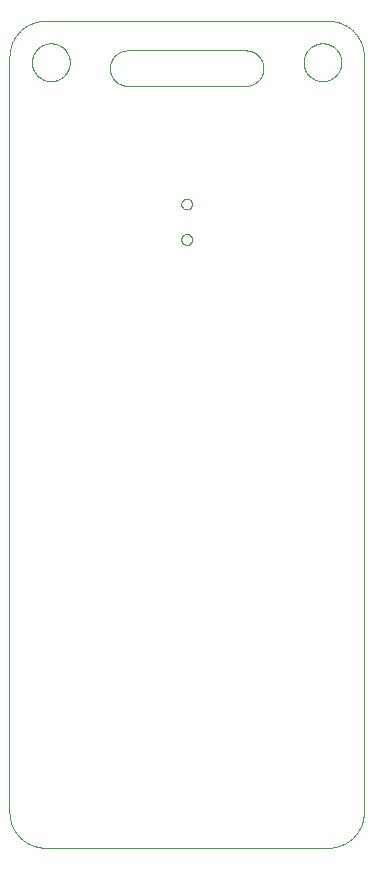
<source format=gbr>
G75*
%MOIN*%
%OFA0B0*%
%FSLAX25Y25*%
%IPPOS*%
%LPD*%
%AMOC8*
5,1,8,0,0,1.08239X$1,22.5*
%
%ADD10C,0.00394*%
%ADD11C,0.00000*%
D10*
X0011811Y0000000D02*
X0106299Y0000000D01*
X0106584Y0000003D01*
X0106870Y0000014D01*
X0107155Y0000031D01*
X0107439Y0000055D01*
X0107723Y0000086D01*
X0108006Y0000124D01*
X0108287Y0000169D01*
X0108568Y0000220D01*
X0108848Y0000278D01*
X0109126Y0000343D01*
X0109402Y0000415D01*
X0109676Y0000493D01*
X0109949Y0000578D01*
X0110219Y0000670D01*
X0110487Y0000768D01*
X0110753Y0000872D01*
X0111016Y0000983D01*
X0111276Y0001100D01*
X0111534Y0001223D01*
X0111788Y0001353D01*
X0112039Y0001489D01*
X0112287Y0001630D01*
X0112531Y0001778D01*
X0112772Y0001931D01*
X0113008Y0002091D01*
X0113241Y0002256D01*
X0113470Y0002426D01*
X0113695Y0002602D01*
X0113915Y0002784D01*
X0114131Y0002970D01*
X0114342Y0003162D01*
X0114549Y0003359D01*
X0114751Y0003561D01*
X0114948Y0003768D01*
X0115140Y0003979D01*
X0115326Y0004195D01*
X0115508Y0004415D01*
X0115684Y0004640D01*
X0115854Y0004869D01*
X0116019Y0005102D01*
X0116179Y0005338D01*
X0116332Y0005579D01*
X0116480Y0005823D01*
X0116621Y0006071D01*
X0116757Y0006322D01*
X0116887Y0006576D01*
X0117010Y0006834D01*
X0117127Y0007094D01*
X0117238Y0007357D01*
X0117342Y0007623D01*
X0117440Y0007891D01*
X0117532Y0008161D01*
X0117617Y0008434D01*
X0117695Y0008708D01*
X0117767Y0008984D01*
X0117832Y0009262D01*
X0117890Y0009542D01*
X0117941Y0009823D01*
X0117986Y0010104D01*
X0118024Y0010387D01*
X0118055Y0010671D01*
X0118079Y0010955D01*
X0118096Y0011240D01*
X0118107Y0011526D01*
X0118110Y0011811D01*
X0000000Y0011811D02*
X0000000Y0263780D01*
X0000003Y0264065D01*
X0000014Y0264351D01*
X0000031Y0264636D01*
X0000055Y0264920D01*
X0000086Y0265204D01*
X0000124Y0265487D01*
X0000169Y0265768D01*
X0000220Y0266049D01*
X0000278Y0266329D01*
X0000343Y0266607D01*
X0000415Y0266883D01*
X0000493Y0267157D01*
X0000578Y0267430D01*
X0000670Y0267700D01*
X0000768Y0267968D01*
X0000872Y0268234D01*
X0000983Y0268497D01*
X0001100Y0268757D01*
X0001223Y0269015D01*
X0001353Y0269269D01*
X0001489Y0269520D01*
X0001630Y0269768D01*
X0001778Y0270012D01*
X0001931Y0270253D01*
X0002091Y0270489D01*
X0002256Y0270722D01*
X0002426Y0270951D01*
X0002602Y0271176D01*
X0002784Y0271396D01*
X0002970Y0271612D01*
X0003162Y0271823D01*
X0003359Y0272030D01*
X0003561Y0272232D01*
X0003768Y0272429D01*
X0003979Y0272621D01*
X0004195Y0272807D01*
X0004415Y0272989D01*
X0004640Y0273165D01*
X0004869Y0273335D01*
X0005102Y0273500D01*
X0005338Y0273660D01*
X0005579Y0273813D01*
X0005823Y0273961D01*
X0006071Y0274102D01*
X0006322Y0274238D01*
X0006576Y0274368D01*
X0006834Y0274491D01*
X0007094Y0274608D01*
X0007357Y0274719D01*
X0007623Y0274823D01*
X0007891Y0274921D01*
X0008161Y0275013D01*
X0008434Y0275098D01*
X0008708Y0275176D01*
X0008984Y0275248D01*
X0009262Y0275313D01*
X0009542Y0275371D01*
X0009823Y0275422D01*
X0010104Y0275467D01*
X0010387Y0275505D01*
X0010671Y0275536D01*
X0010955Y0275560D01*
X0011240Y0275577D01*
X0011526Y0275588D01*
X0011811Y0275591D01*
X0106299Y0275591D01*
X0106584Y0275588D01*
X0106870Y0275577D01*
X0107155Y0275560D01*
X0107439Y0275536D01*
X0107723Y0275505D01*
X0108006Y0275467D01*
X0108287Y0275422D01*
X0108568Y0275371D01*
X0108848Y0275313D01*
X0109126Y0275248D01*
X0109402Y0275176D01*
X0109676Y0275098D01*
X0109949Y0275013D01*
X0110219Y0274921D01*
X0110487Y0274823D01*
X0110753Y0274719D01*
X0111016Y0274608D01*
X0111276Y0274491D01*
X0111534Y0274368D01*
X0111788Y0274238D01*
X0112039Y0274102D01*
X0112287Y0273961D01*
X0112531Y0273813D01*
X0112772Y0273660D01*
X0113008Y0273500D01*
X0113241Y0273335D01*
X0113470Y0273165D01*
X0113695Y0272989D01*
X0113915Y0272807D01*
X0114131Y0272621D01*
X0114342Y0272429D01*
X0114549Y0272232D01*
X0114751Y0272030D01*
X0114948Y0271823D01*
X0115140Y0271612D01*
X0115326Y0271396D01*
X0115508Y0271176D01*
X0115684Y0270951D01*
X0115854Y0270722D01*
X0116019Y0270489D01*
X0116179Y0270253D01*
X0116332Y0270012D01*
X0116480Y0269768D01*
X0116621Y0269520D01*
X0116757Y0269269D01*
X0116887Y0269015D01*
X0117010Y0268757D01*
X0117127Y0268497D01*
X0117238Y0268234D01*
X0117342Y0267968D01*
X0117440Y0267700D01*
X0117532Y0267430D01*
X0117617Y0267157D01*
X0117695Y0266883D01*
X0117767Y0266607D01*
X0117832Y0266329D01*
X0117890Y0266049D01*
X0117941Y0265768D01*
X0117986Y0265487D01*
X0118024Y0265204D01*
X0118055Y0264920D01*
X0118079Y0264636D01*
X0118096Y0264351D01*
X0118107Y0264065D01*
X0118110Y0263780D01*
X0118110Y0011811D01*
X0011811Y0000000D02*
X0011526Y0000003D01*
X0011240Y0000014D01*
X0010955Y0000031D01*
X0010671Y0000055D01*
X0010387Y0000086D01*
X0010104Y0000124D01*
X0009823Y0000169D01*
X0009542Y0000220D01*
X0009262Y0000278D01*
X0008984Y0000343D01*
X0008708Y0000415D01*
X0008434Y0000493D01*
X0008161Y0000578D01*
X0007891Y0000670D01*
X0007623Y0000768D01*
X0007357Y0000872D01*
X0007094Y0000983D01*
X0006834Y0001100D01*
X0006576Y0001223D01*
X0006322Y0001353D01*
X0006071Y0001489D01*
X0005823Y0001630D01*
X0005579Y0001778D01*
X0005338Y0001931D01*
X0005102Y0002091D01*
X0004869Y0002256D01*
X0004640Y0002426D01*
X0004415Y0002602D01*
X0004195Y0002784D01*
X0003979Y0002970D01*
X0003768Y0003162D01*
X0003561Y0003359D01*
X0003359Y0003561D01*
X0003162Y0003768D01*
X0002970Y0003979D01*
X0002784Y0004195D01*
X0002602Y0004415D01*
X0002426Y0004640D01*
X0002256Y0004869D01*
X0002091Y0005102D01*
X0001931Y0005338D01*
X0001778Y0005579D01*
X0001630Y0005823D01*
X0001489Y0006071D01*
X0001353Y0006322D01*
X0001223Y0006576D01*
X0001100Y0006834D01*
X0000983Y0007094D01*
X0000872Y0007357D01*
X0000768Y0007623D01*
X0000670Y0007891D01*
X0000578Y0008161D01*
X0000493Y0008434D01*
X0000415Y0008708D01*
X0000343Y0008984D01*
X0000278Y0009262D01*
X0000220Y0009542D01*
X0000169Y0009823D01*
X0000124Y0010104D01*
X0000086Y0010387D01*
X0000055Y0010671D01*
X0000031Y0010955D01*
X0000014Y0011240D01*
X0000003Y0011526D01*
X0000000Y0011811D01*
X0039370Y0265748D02*
X0078740Y0265748D01*
X0078740Y0265749D02*
X0078892Y0265747D01*
X0079044Y0265741D01*
X0079196Y0265731D01*
X0079347Y0265718D01*
X0079498Y0265700D01*
X0079649Y0265679D01*
X0079799Y0265653D01*
X0079948Y0265624D01*
X0080097Y0265591D01*
X0080244Y0265554D01*
X0080391Y0265514D01*
X0080536Y0265469D01*
X0080680Y0265421D01*
X0080823Y0265369D01*
X0080965Y0265314D01*
X0081105Y0265255D01*
X0081244Y0265192D01*
X0081381Y0265126D01*
X0081516Y0265056D01*
X0081649Y0264983D01*
X0081780Y0264906D01*
X0081910Y0264826D01*
X0082037Y0264743D01*
X0082162Y0264657D01*
X0082285Y0264567D01*
X0082405Y0264474D01*
X0082523Y0264378D01*
X0082639Y0264279D01*
X0082752Y0264177D01*
X0082862Y0264073D01*
X0082970Y0263965D01*
X0083074Y0263855D01*
X0083176Y0263742D01*
X0083275Y0263626D01*
X0083371Y0263508D01*
X0083464Y0263388D01*
X0083554Y0263265D01*
X0083640Y0263140D01*
X0083723Y0263013D01*
X0083803Y0262883D01*
X0083880Y0262752D01*
X0083953Y0262619D01*
X0084023Y0262484D01*
X0084089Y0262347D01*
X0084152Y0262208D01*
X0084211Y0262068D01*
X0084266Y0261926D01*
X0084318Y0261783D01*
X0084366Y0261639D01*
X0084411Y0261494D01*
X0084451Y0261347D01*
X0084488Y0261200D01*
X0084521Y0261051D01*
X0084550Y0260902D01*
X0084576Y0260752D01*
X0084597Y0260601D01*
X0084615Y0260450D01*
X0084628Y0260299D01*
X0084638Y0260147D01*
X0084644Y0259995D01*
X0084646Y0259843D01*
X0084644Y0259691D01*
X0084638Y0259539D01*
X0084628Y0259387D01*
X0084615Y0259236D01*
X0084597Y0259085D01*
X0084576Y0258934D01*
X0084550Y0258784D01*
X0084521Y0258635D01*
X0084488Y0258486D01*
X0084451Y0258339D01*
X0084411Y0258192D01*
X0084366Y0258047D01*
X0084318Y0257903D01*
X0084266Y0257760D01*
X0084211Y0257618D01*
X0084152Y0257478D01*
X0084089Y0257339D01*
X0084023Y0257202D01*
X0083953Y0257067D01*
X0083880Y0256934D01*
X0083803Y0256803D01*
X0083723Y0256673D01*
X0083640Y0256546D01*
X0083554Y0256421D01*
X0083464Y0256298D01*
X0083371Y0256178D01*
X0083275Y0256060D01*
X0083176Y0255944D01*
X0083074Y0255831D01*
X0082970Y0255721D01*
X0082862Y0255613D01*
X0082752Y0255509D01*
X0082639Y0255407D01*
X0082523Y0255308D01*
X0082405Y0255212D01*
X0082285Y0255119D01*
X0082162Y0255029D01*
X0082037Y0254943D01*
X0081910Y0254860D01*
X0081780Y0254780D01*
X0081649Y0254703D01*
X0081516Y0254630D01*
X0081381Y0254560D01*
X0081244Y0254494D01*
X0081105Y0254431D01*
X0080965Y0254372D01*
X0080823Y0254317D01*
X0080680Y0254265D01*
X0080536Y0254217D01*
X0080391Y0254172D01*
X0080244Y0254132D01*
X0080097Y0254095D01*
X0079948Y0254062D01*
X0079799Y0254033D01*
X0079649Y0254007D01*
X0079498Y0253986D01*
X0079347Y0253968D01*
X0079196Y0253955D01*
X0079044Y0253945D01*
X0078892Y0253939D01*
X0078740Y0253937D01*
X0039370Y0253937D01*
X0039218Y0253939D01*
X0039066Y0253945D01*
X0038914Y0253955D01*
X0038763Y0253968D01*
X0038612Y0253986D01*
X0038461Y0254007D01*
X0038311Y0254033D01*
X0038162Y0254062D01*
X0038013Y0254095D01*
X0037866Y0254132D01*
X0037719Y0254172D01*
X0037574Y0254217D01*
X0037430Y0254265D01*
X0037287Y0254317D01*
X0037145Y0254372D01*
X0037005Y0254431D01*
X0036866Y0254494D01*
X0036729Y0254560D01*
X0036594Y0254630D01*
X0036461Y0254703D01*
X0036330Y0254780D01*
X0036200Y0254860D01*
X0036073Y0254943D01*
X0035948Y0255029D01*
X0035825Y0255119D01*
X0035705Y0255212D01*
X0035587Y0255308D01*
X0035471Y0255407D01*
X0035358Y0255509D01*
X0035248Y0255613D01*
X0035140Y0255721D01*
X0035036Y0255831D01*
X0034934Y0255944D01*
X0034835Y0256060D01*
X0034739Y0256178D01*
X0034646Y0256298D01*
X0034556Y0256421D01*
X0034470Y0256546D01*
X0034387Y0256673D01*
X0034307Y0256803D01*
X0034230Y0256934D01*
X0034157Y0257067D01*
X0034087Y0257202D01*
X0034021Y0257339D01*
X0033958Y0257478D01*
X0033899Y0257618D01*
X0033844Y0257760D01*
X0033792Y0257903D01*
X0033744Y0258047D01*
X0033699Y0258192D01*
X0033659Y0258339D01*
X0033622Y0258486D01*
X0033589Y0258635D01*
X0033560Y0258784D01*
X0033534Y0258934D01*
X0033513Y0259085D01*
X0033495Y0259236D01*
X0033482Y0259387D01*
X0033472Y0259539D01*
X0033466Y0259691D01*
X0033464Y0259843D01*
X0033466Y0259995D01*
X0033472Y0260147D01*
X0033482Y0260299D01*
X0033495Y0260450D01*
X0033513Y0260601D01*
X0033534Y0260752D01*
X0033560Y0260902D01*
X0033589Y0261051D01*
X0033622Y0261200D01*
X0033659Y0261347D01*
X0033699Y0261494D01*
X0033744Y0261639D01*
X0033792Y0261783D01*
X0033844Y0261926D01*
X0033899Y0262068D01*
X0033958Y0262208D01*
X0034021Y0262347D01*
X0034087Y0262484D01*
X0034157Y0262619D01*
X0034230Y0262752D01*
X0034307Y0262883D01*
X0034387Y0263013D01*
X0034470Y0263140D01*
X0034556Y0263265D01*
X0034646Y0263388D01*
X0034739Y0263508D01*
X0034835Y0263626D01*
X0034934Y0263742D01*
X0035036Y0263855D01*
X0035140Y0263965D01*
X0035248Y0264073D01*
X0035358Y0264177D01*
X0035471Y0264279D01*
X0035587Y0264378D01*
X0035705Y0264474D01*
X0035825Y0264567D01*
X0035948Y0264657D01*
X0036073Y0264743D01*
X0036200Y0264826D01*
X0036330Y0264906D01*
X0036461Y0264983D01*
X0036594Y0265056D01*
X0036729Y0265126D01*
X0036866Y0265192D01*
X0037005Y0265255D01*
X0037145Y0265314D01*
X0037287Y0265369D01*
X0037430Y0265421D01*
X0037574Y0265469D01*
X0037719Y0265514D01*
X0037866Y0265554D01*
X0038013Y0265591D01*
X0038162Y0265624D01*
X0038311Y0265653D01*
X0038461Y0265679D01*
X0038612Y0265700D01*
X0038763Y0265718D01*
X0038914Y0265731D01*
X0039066Y0265741D01*
X0039218Y0265747D01*
X0039370Y0265749D01*
D11*
X0007481Y0261811D02*
X0007483Y0261969D01*
X0007489Y0262127D01*
X0007499Y0262285D01*
X0007513Y0262443D01*
X0007531Y0262600D01*
X0007552Y0262757D01*
X0007578Y0262913D01*
X0007608Y0263069D01*
X0007641Y0263224D01*
X0007679Y0263377D01*
X0007720Y0263530D01*
X0007765Y0263682D01*
X0007814Y0263833D01*
X0007867Y0263982D01*
X0007923Y0264130D01*
X0007983Y0264276D01*
X0008047Y0264421D01*
X0008115Y0264564D01*
X0008186Y0264706D01*
X0008260Y0264846D01*
X0008338Y0264983D01*
X0008420Y0265119D01*
X0008504Y0265253D01*
X0008593Y0265384D01*
X0008684Y0265513D01*
X0008779Y0265640D01*
X0008876Y0265765D01*
X0008977Y0265887D01*
X0009081Y0266006D01*
X0009188Y0266123D01*
X0009298Y0266237D01*
X0009411Y0266348D01*
X0009526Y0266457D01*
X0009644Y0266562D01*
X0009765Y0266664D01*
X0009888Y0266764D01*
X0010014Y0266860D01*
X0010142Y0266953D01*
X0010272Y0267043D01*
X0010405Y0267129D01*
X0010540Y0267213D01*
X0010676Y0267292D01*
X0010815Y0267369D01*
X0010956Y0267441D01*
X0011098Y0267511D01*
X0011242Y0267576D01*
X0011388Y0267638D01*
X0011535Y0267696D01*
X0011684Y0267751D01*
X0011834Y0267802D01*
X0011985Y0267849D01*
X0012137Y0267892D01*
X0012290Y0267931D01*
X0012445Y0267967D01*
X0012600Y0267998D01*
X0012756Y0268026D01*
X0012912Y0268050D01*
X0013069Y0268070D01*
X0013227Y0268086D01*
X0013384Y0268098D01*
X0013543Y0268106D01*
X0013701Y0268110D01*
X0013859Y0268110D01*
X0014017Y0268106D01*
X0014176Y0268098D01*
X0014333Y0268086D01*
X0014491Y0268070D01*
X0014648Y0268050D01*
X0014804Y0268026D01*
X0014960Y0267998D01*
X0015115Y0267967D01*
X0015270Y0267931D01*
X0015423Y0267892D01*
X0015575Y0267849D01*
X0015726Y0267802D01*
X0015876Y0267751D01*
X0016025Y0267696D01*
X0016172Y0267638D01*
X0016318Y0267576D01*
X0016462Y0267511D01*
X0016604Y0267441D01*
X0016745Y0267369D01*
X0016884Y0267292D01*
X0017020Y0267213D01*
X0017155Y0267129D01*
X0017288Y0267043D01*
X0017418Y0266953D01*
X0017546Y0266860D01*
X0017672Y0266764D01*
X0017795Y0266664D01*
X0017916Y0266562D01*
X0018034Y0266457D01*
X0018149Y0266348D01*
X0018262Y0266237D01*
X0018372Y0266123D01*
X0018479Y0266006D01*
X0018583Y0265887D01*
X0018684Y0265765D01*
X0018781Y0265640D01*
X0018876Y0265513D01*
X0018967Y0265384D01*
X0019056Y0265253D01*
X0019140Y0265119D01*
X0019222Y0264983D01*
X0019300Y0264846D01*
X0019374Y0264706D01*
X0019445Y0264564D01*
X0019513Y0264421D01*
X0019577Y0264276D01*
X0019637Y0264130D01*
X0019693Y0263982D01*
X0019746Y0263833D01*
X0019795Y0263682D01*
X0019840Y0263530D01*
X0019881Y0263377D01*
X0019919Y0263224D01*
X0019952Y0263069D01*
X0019982Y0262913D01*
X0020008Y0262757D01*
X0020029Y0262600D01*
X0020047Y0262443D01*
X0020061Y0262285D01*
X0020071Y0262127D01*
X0020077Y0261969D01*
X0020079Y0261811D01*
X0020077Y0261653D01*
X0020071Y0261495D01*
X0020061Y0261337D01*
X0020047Y0261179D01*
X0020029Y0261022D01*
X0020008Y0260865D01*
X0019982Y0260709D01*
X0019952Y0260553D01*
X0019919Y0260398D01*
X0019881Y0260245D01*
X0019840Y0260092D01*
X0019795Y0259940D01*
X0019746Y0259789D01*
X0019693Y0259640D01*
X0019637Y0259492D01*
X0019577Y0259346D01*
X0019513Y0259201D01*
X0019445Y0259058D01*
X0019374Y0258916D01*
X0019300Y0258776D01*
X0019222Y0258639D01*
X0019140Y0258503D01*
X0019056Y0258369D01*
X0018967Y0258238D01*
X0018876Y0258109D01*
X0018781Y0257982D01*
X0018684Y0257857D01*
X0018583Y0257735D01*
X0018479Y0257616D01*
X0018372Y0257499D01*
X0018262Y0257385D01*
X0018149Y0257274D01*
X0018034Y0257165D01*
X0017916Y0257060D01*
X0017795Y0256958D01*
X0017672Y0256858D01*
X0017546Y0256762D01*
X0017418Y0256669D01*
X0017288Y0256579D01*
X0017155Y0256493D01*
X0017020Y0256409D01*
X0016884Y0256330D01*
X0016745Y0256253D01*
X0016604Y0256181D01*
X0016462Y0256111D01*
X0016318Y0256046D01*
X0016172Y0255984D01*
X0016025Y0255926D01*
X0015876Y0255871D01*
X0015726Y0255820D01*
X0015575Y0255773D01*
X0015423Y0255730D01*
X0015270Y0255691D01*
X0015115Y0255655D01*
X0014960Y0255624D01*
X0014804Y0255596D01*
X0014648Y0255572D01*
X0014491Y0255552D01*
X0014333Y0255536D01*
X0014176Y0255524D01*
X0014017Y0255516D01*
X0013859Y0255512D01*
X0013701Y0255512D01*
X0013543Y0255516D01*
X0013384Y0255524D01*
X0013227Y0255536D01*
X0013069Y0255552D01*
X0012912Y0255572D01*
X0012756Y0255596D01*
X0012600Y0255624D01*
X0012445Y0255655D01*
X0012290Y0255691D01*
X0012137Y0255730D01*
X0011985Y0255773D01*
X0011834Y0255820D01*
X0011684Y0255871D01*
X0011535Y0255926D01*
X0011388Y0255984D01*
X0011242Y0256046D01*
X0011098Y0256111D01*
X0010956Y0256181D01*
X0010815Y0256253D01*
X0010676Y0256330D01*
X0010540Y0256409D01*
X0010405Y0256493D01*
X0010272Y0256579D01*
X0010142Y0256669D01*
X0010014Y0256762D01*
X0009888Y0256858D01*
X0009765Y0256958D01*
X0009644Y0257060D01*
X0009526Y0257165D01*
X0009411Y0257274D01*
X0009298Y0257385D01*
X0009188Y0257499D01*
X0009081Y0257616D01*
X0008977Y0257735D01*
X0008876Y0257857D01*
X0008779Y0257982D01*
X0008684Y0258109D01*
X0008593Y0258238D01*
X0008504Y0258369D01*
X0008420Y0258503D01*
X0008338Y0258639D01*
X0008260Y0258776D01*
X0008186Y0258916D01*
X0008115Y0259058D01*
X0008047Y0259201D01*
X0007983Y0259346D01*
X0007923Y0259492D01*
X0007867Y0259640D01*
X0007814Y0259789D01*
X0007765Y0259940D01*
X0007720Y0260092D01*
X0007679Y0260245D01*
X0007641Y0260398D01*
X0007608Y0260553D01*
X0007578Y0260709D01*
X0007552Y0260865D01*
X0007531Y0261022D01*
X0007513Y0261179D01*
X0007499Y0261337D01*
X0007489Y0261495D01*
X0007483Y0261653D01*
X0007481Y0261811D01*
X0098032Y0261811D02*
X0098034Y0261969D01*
X0098040Y0262127D01*
X0098050Y0262285D01*
X0098064Y0262443D01*
X0098082Y0262600D01*
X0098103Y0262757D01*
X0098129Y0262913D01*
X0098159Y0263069D01*
X0098192Y0263224D01*
X0098230Y0263377D01*
X0098271Y0263530D01*
X0098316Y0263682D01*
X0098365Y0263833D01*
X0098418Y0263982D01*
X0098474Y0264130D01*
X0098534Y0264276D01*
X0098598Y0264421D01*
X0098666Y0264564D01*
X0098737Y0264706D01*
X0098811Y0264846D01*
X0098889Y0264983D01*
X0098971Y0265119D01*
X0099055Y0265253D01*
X0099144Y0265384D01*
X0099235Y0265513D01*
X0099330Y0265640D01*
X0099427Y0265765D01*
X0099528Y0265887D01*
X0099632Y0266006D01*
X0099739Y0266123D01*
X0099849Y0266237D01*
X0099962Y0266348D01*
X0100077Y0266457D01*
X0100195Y0266562D01*
X0100316Y0266664D01*
X0100439Y0266764D01*
X0100565Y0266860D01*
X0100693Y0266953D01*
X0100823Y0267043D01*
X0100956Y0267129D01*
X0101091Y0267213D01*
X0101227Y0267292D01*
X0101366Y0267369D01*
X0101507Y0267441D01*
X0101649Y0267511D01*
X0101793Y0267576D01*
X0101939Y0267638D01*
X0102086Y0267696D01*
X0102235Y0267751D01*
X0102385Y0267802D01*
X0102536Y0267849D01*
X0102688Y0267892D01*
X0102841Y0267931D01*
X0102996Y0267967D01*
X0103151Y0267998D01*
X0103307Y0268026D01*
X0103463Y0268050D01*
X0103620Y0268070D01*
X0103778Y0268086D01*
X0103935Y0268098D01*
X0104094Y0268106D01*
X0104252Y0268110D01*
X0104410Y0268110D01*
X0104568Y0268106D01*
X0104727Y0268098D01*
X0104884Y0268086D01*
X0105042Y0268070D01*
X0105199Y0268050D01*
X0105355Y0268026D01*
X0105511Y0267998D01*
X0105666Y0267967D01*
X0105821Y0267931D01*
X0105974Y0267892D01*
X0106126Y0267849D01*
X0106277Y0267802D01*
X0106427Y0267751D01*
X0106576Y0267696D01*
X0106723Y0267638D01*
X0106869Y0267576D01*
X0107013Y0267511D01*
X0107155Y0267441D01*
X0107296Y0267369D01*
X0107435Y0267292D01*
X0107571Y0267213D01*
X0107706Y0267129D01*
X0107839Y0267043D01*
X0107969Y0266953D01*
X0108097Y0266860D01*
X0108223Y0266764D01*
X0108346Y0266664D01*
X0108467Y0266562D01*
X0108585Y0266457D01*
X0108700Y0266348D01*
X0108813Y0266237D01*
X0108923Y0266123D01*
X0109030Y0266006D01*
X0109134Y0265887D01*
X0109235Y0265765D01*
X0109332Y0265640D01*
X0109427Y0265513D01*
X0109518Y0265384D01*
X0109607Y0265253D01*
X0109691Y0265119D01*
X0109773Y0264983D01*
X0109851Y0264846D01*
X0109925Y0264706D01*
X0109996Y0264564D01*
X0110064Y0264421D01*
X0110128Y0264276D01*
X0110188Y0264130D01*
X0110244Y0263982D01*
X0110297Y0263833D01*
X0110346Y0263682D01*
X0110391Y0263530D01*
X0110432Y0263377D01*
X0110470Y0263224D01*
X0110503Y0263069D01*
X0110533Y0262913D01*
X0110559Y0262757D01*
X0110580Y0262600D01*
X0110598Y0262443D01*
X0110612Y0262285D01*
X0110622Y0262127D01*
X0110628Y0261969D01*
X0110630Y0261811D01*
X0110628Y0261653D01*
X0110622Y0261495D01*
X0110612Y0261337D01*
X0110598Y0261179D01*
X0110580Y0261022D01*
X0110559Y0260865D01*
X0110533Y0260709D01*
X0110503Y0260553D01*
X0110470Y0260398D01*
X0110432Y0260245D01*
X0110391Y0260092D01*
X0110346Y0259940D01*
X0110297Y0259789D01*
X0110244Y0259640D01*
X0110188Y0259492D01*
X0110128Y0259346D01*
X0110064Y0259201D01*
X0109996Y0259058D01*
X0109925Y0258916D01*
X0109851Y0258776D01*
X0109773Y0258639D01*
X0109691Y0258503D01*
X0109607Y0258369D01*
X0109518Y0258238D01*
X0109427Y0258109D01*
X0109332Y0257982D01*
X0109235Y0257857D01*
X0109134Y0257735D01*
X0109030Y0257616D01*
X0108923Y0257499D01*
X0108813Y0257385D01*
X0108700Y0257274D01*
X0108585Y0257165D01*
X0108467Y0257060D01*
X0108346Y0256958D01*
X0108223Y0256858D01*
X0108097Y0256762D01*
X0107969Y0256669D01*
X0107839Y0256579D01*
X0107706Y0256493D01*
X0107571Y0256409D01*
X0107435Y0256330D01*
X0107296Y0256253D01*
X0107155Y0256181D01*
X0107013Y0256111D01*
X0106869Y0256046D01*
X0106723Y0255984D01*
X0106576Y0255926D01*
X0106427Y0255871D01*
X0106277Y0255820D01*
X0106126Y0255773D01*
X0105974Y0255730D01*
X0105821Y0255691D01*
X0105666Y0255655D01*
X0105511Y0255624D01*
X0105355Y0255596D01*
X0105199Y0255572D01*
X0105042Y0255552D01*
X0104884Y0255536D01*
X0104727Y0255524D01*
X0104568Y0255516D01*
X0104410Y0255512D01*
X0104252Y0255512D01*
X0104094Y0255516D01*
X0103935Y0255524D01*
X0103778Y0255536D01*
X0103620Y0255552D01*
X0103463Y0255572D01*
X0103307Y0255596D01*
X0103151Y0255624D01*
X0102996Y0255655D01*
X0102841Y0255691D01*
X0102688Y0255730D01*
X0102536Y0255773D01*
X0102385Y0255820D01*
X0102235Y0255871D01*
X0102086Y0255926D01*
X0101939Y0255984D01*
X0101793Y0256046D01*
X0101649Y0256111D01*
X0101507Y0256181D01*
X0101366Y0256253D01*
X0101227Y0256330D01*
X0101091Y0256409D01*
X0100956Y0256493D01*
X0100823Y0256579D01*
X0100693Y0256669D01*
X0100565Y0256762D01*
X0100439Y0256858D01*
X0100316Y0256958D01*
X0100195Y0257060D01*
X0100077Y0257165D01*
X0099962Y0257274D01*
X0099849Y0257385D01*
X0099739Y0257499D01*
X0099632Y0257616D01*
X0099528Y0257735D01*
X0099427Y0257857D01*
X0099330Y0257982D01*
X0099235Y0258109D01*
X0099144Y0258238D01*
X0099055Y0258369D01*
X0098971Y0258503D01*
X0098889Y0258639D01*
X0098811Y0258776D01*
X0098737Y0258916D01*
X0098666Y0259058D01*
X0098598Y0259201D01*
X0098534Y0259346D01*
X0098474Y0259492D01*
X0098418Y0259640D01*
X0098365Y0259789D01*
X0098316Y0259940D01*
X0098271Y0260092D01*
X0098230Y0260245D01*
X0098192Y0260398D01*
X0098159Y0260553D01*
X0098129Y0260709D01*
X0098103Y0260865D01*
X0098082Y0261022D01*
X0098064Y0261179D01*
X0098050Y0261337D01*
X0098040Y0261495D01*
X0098034Y0261653D01*
X0098032Y0261811D01*
X0057255Y0202756D02*
X0057257Y0202840D01*
X0057263Y0202925D01*
X0057273Y0203008D01*
X0057287Y0203092D01*
X0057304Y0203174D01*
X0057326Y0203256D01*
X0057351Y0203336D01*
X0057380Y0203415D01*
X0057413Y0203493D01*
X0057449Y0203569D01*
X0057489Y0203644D01*
X0057533Y0203716D01*
X0057579Y0203787D01*
X0057629Y0203855D01*
X0057682Y0203920D01*
X0057738Y0203983D01*
X0057797Y0204044D01*
X0057859Y0204101D01*
X0057923Y0204156D01*
X0057990Y0204207D01*
X0058059Y0204256D01*
X0058131Y0204301D01*
X0058204Y0204342D01*
X0058279Y0204380D01*
X0058356Y0204415D01*
X0058435Y0204446D01*
X0058515Y0204473D01*
X0058596Y0204496D01*
X0058678Y0204516D01*
X0058761Y0204532D01*
X0058844Y0204544D01*
X0058929Y0204552D01*
X0059013Y0204556D01*
X0059097Y0204556D01*
X0059181Y0204552D01*
X0059266Y0204544D01*
X0059349Y0204532D01*
X0059432Y0204516D01*
X0059514Y0204496D01*
X0059595Y0204473D01*
X0059675Y0204446D01*
X0059754Y0204415D01*
X0059831Y0204380D01*
X0059906Y0204342D01*
X0059979Y0204301D01*
X0060051Y0204256D01*
X0060120Y0204207D01*
X0060187Y0204156D01*
X0060251Y0204101D01*
X0060313Y0204044D01*
X0060372Y0203983D01*
X0060428Y0203920D01*
X0060481Y0203855D01*
X0060531Y0203787D01*
X0060577Y0203716D01*
X0060621Y0203644D01*
X0060661Y0203569D01*
X0060697Y0203493D01*
X0060730Y0203415D01*
X0060759Y0203336D01*
X0060784Y0203256D01*
X0060806Y0203174D01*
X0060823Y0203092D01*
X0060837Y0203008D01*
X0060847Y0202925D01*
X0060853Y0202840D01*
X0060855Y0202756D01*
X0060853Y0202672D01*
X0060847Y0202587D01*
X0060837Y0202504D01*
X0060823Y0202420D01*
X0060806Y0202338D01*
X0060784Y0202256D01*
X0060759Y0202176D01*
X0060730Y0202097D01*
X0060697Y0202019D01*
X0060661Y0201943D01*
X0060621Y0201868D01*
X0060577Y0201796D01*
X0060531Y0201725D01*
X0060481Y0201657D01*
X0060428Y0201592D01*
X0060372Y0201529D01*
X0060313Y0201468D01*
X0060251Y0201411D01*
X0060187Y0201356D01*
X0060120Y0201305D01*
X0060051Y0201256D01*
X0059979Y0201211D01*
X0059906Y0201170D01*
X0059831Y0201132D01*
X0059754Y0201097D01*
X0059675Y0201066D01*
X0059595Y0201039D01*
X0059514Y0201016D01*
X0059432Y0200996D01*
X0059349Y0200980D01*
X0059266Y0200968D01*
X0059181Y0200960D01*
X0059097Y0200956D01*
X0059013Y0200956D01*
X0058929Y0200960D01*
X0058844Y0200968D01*
X0058761Y0200980D01*
X0058678Y0200996D01*
X0058596Y0201016D01*
X0058515Y0201039D01*
X0058435Y0201066D01*
X0058356Y0201097D01*
X0058279Y0201132D01*
X0058204Y0201170D01*
X0058131Y0201211D01*
X0058059Y0201256D01*
X0057990Y0201305D01*
X0057923Y0201356D01*
X0057859Y0201411D01*
X0057797Y0201468D01*
X0057738Y0201529D01*
X0057682Y0201592D01*
X0057629Y0201657D01*
X0057579Y0201725D01*
X0057533Y0201796D01*
X0057489Y0201868D01*
X0057449Y0201943D01*
X0057413Y0202019D01*
X0057380Y0202097D01*
X0057351Y0202176D01*
X0057326Y0202256D01*
X0057304Y0202338D01*
X0057287Y0202420D01*
X0057273Y0202504D01*
X0057263Y0202587D01*
X0057257Y0202672D01*
X0057255Y0202756D01*
X0057255Y0214567D02*
X0057257Y0214651D01*
X0057263Y0214736D01*
X0057273Y0214819D01*
X0057287Y0214903D01*
X0057304Y0214985D01*
X0057326Y0215067D01*
X0057351Y0215147D01*
X0057380Y0215226D01*
X0057413Y0215304D01*
X0057449Y0215380D01*
X0057489Y0215455D01*
X0057533Y0215527D01*
X0057579Y0215598D01*
X0057629Y0215666D01*
X0057682Y0215731D01*
X0057738Y0215794D01*
X0057797Y0215855D01*
X0057859Y0215912D01*
X0057923Y0215967D01*
X0057990Y0216018D01*
X0058059Y0216067D01*
X0058131Y0216112D01*
X0058204Y0216153D01*
X0058279Y0216191D01*
X0058356Y0216226D01*
X0058435Y0216257D01*
X0058515Y0216284D01*
X0058596Y0216307D01*
X0058678Y0216327D01*
X0058761Y0216343D01*
X0058844Y0216355D01*
X0058929Y0216363D01*
X0059013Y0216367D01*
X0059097Y0216367D01*
X0059181Y0216363D01*
X0059266Y0216355D01*
X0059349Y0216343D01*
X0059432Y0216327D01*
X0059514Y0216307D01*
X0059595Y0216284D01*
X0059675Y0216257D01*
X0059754Y0216226D01*
X0059831Y0216191D01*
X0059906Y0216153D01*
X0059979Y0216112D01*
X0060051Y0216067D01*
X0060120Y0216018D01*
X0060187Y0215967D01*
X0060251Y0215912D01*
X0060313Y0215855D01*
X0060372Y0215794D01*
X0060428Y0215731D01*
X0060481Y0215666D01*
X0060531Y0215598D01*
X0060577Y0215527D01*
X0060621Y0215455D01*
X0060661Y0215380D01*
X0060697Y0215304D01*
X0060730Y0215226D01*
X0060759Y0215147D01*
X0060784Y0215067D01*
X0060806Y0214985D01*
X0060823Y0214903D01*
X0060837Y0214819D01*
X0060847Y0214736D01*
X0060853Y0214651D01*
X0060855Y0214567D01*
X0060853Y0214483D01*
X0060847Y0214398D01*
X0060837Y0214315D01*
X0060823Y0214231D01*
X0060806Y0214149D01*
X0060784Y0214067D01*
X0060759Y0213987D01*
X0060730Y0213908D01*
X0060697Y0213830D01*
X0060661Y0213754D01*
X0060621Y0213679D01*
X0060577Y0213607D01*
X0060531Y0213536D01*
X0060481Y0213468D01*
X0060428Y0213403D01*
X0060372Y0213340D01*
X0060313Y0213279D01*
X0060251Y0213222D01*
X0060187Y0213167D01*
X0060120Y0213116D01*
X0060051Y0213067D01*
X0059979Y0213022D01*
X0059906Y0212981D01*
X0059831Y0212943D01*
X0059754Y0212908D01*
X0059675Y0212877D01*
X0059595Y0212850D01*
X0059514Y0212827D01*
X0059432Y0212807D01*
X0059349Y0212791D01*
X0059266Y0212779D01*
X0059181Y0212771D01*
X0059097Y0212767D01*
X0059013Y0212767D01*
X0058929Y0212771D01*
X0058844Y0212779D01*
X0058761Y0212791D01*
X0058678Y0212807D01*
X0058596Y0212827D01*
X0058515Y0212850D01*
X0058435Y0212877D01*
X0058356Y0212908D01*
X0058279Y0212943D01*
X0058204Y0212981D01*
X0058131Y0213022D01*
X0058059Y0213067D01*
X0057990Y0213116D01*
X0057923Y0213167D01*
X0057859Y0213222D01*
X0057797Y0213279D01*
X0057738Y0213340D01*
X0057682Y0213403D01*
X0057629Y0213468D01*
X0057579Y0213536D01*
X0057533Y0213607D01*
X0057489Y0213679D01*
X0057449Y0213754D01*
X0057413Y0213830D01*
X0057380Y0213908D01*
X0057351Y0213987D01*
X0057326Y0214067D01*
X0057304Y0214149D01*
X0057287Y0214231D01*
X0057273Y0214315D01*
X0057263Y0214398D01*
X0057257Y0214483D01*
X0057255Y0214567D01*
M02*

</source>
